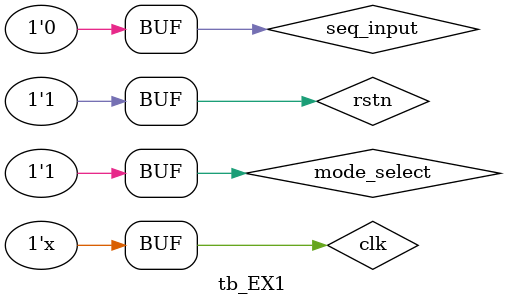
<source format=v>
`timescale 1ns / 1ps
`define clk_period 20


module tb_EX1();
    reg clk;
    reg rstn;
    reg mode_select;
    wire [0:1] flag;
    reg seq_input;
    
    initial begin
    seq_input=0;
    mode_select=1'b0;
    clk = 1'b0;
    rstn = 1'b0;
    #100;
    rstn = 1'b1;
    #100;
    seq_input=1'b1;
    #(`clk_period);
    seq_input=1'b0;
    #(`clk_period);
    seq_input=1'b0;
    #(`clk_period);
    seq_input=1'b1;
    #(`clk_period);
    seq_input=1'b0;
    #(`clk_period);
    seq_input=1'b1;
    #(`clk_period);
    seq_input=1'b0;
    #(`clk_period);
    seq_input=1'b1;
    #(`clk_period);
    seq_input=1'b0;
    #(`clk_period);
    seq_input=1'b1;
    #(`clk_period);
    seq_input=1'b0;
    #(`clk_period);
    seq_input=1'b1;
    #(`clk_period);
    seq_input=1'b1;
    #(`clk_period);
    seq_input=1'b1;
    #(`clk_period);
    seq_input=1'b0;
    #(`clk_period);
    #50;
    mode_select=1'b1;
    seq_input=1'b1;
    #(`clk_period);
    seq_input=1'b1;
    #(`clk_period);
    seq_input=1'b1;
    #(`clk_period);
    seq_input=1'b0;
    #(`clk_period);
    seq_input=1'b0;
    #(`clk_period);
    seq_input=1'b1;
    #(`clk_period);
    seq_input=1'b1;
    #(`clk_period);
    seq_input=1'b0;
    #(`clk_period);
    seq_input=1'b1;
    #(`clk_period);
    seq_input=1'b0;
    #(`clk_period);
    seq_input=1'b1;
    #(`clk_period);
    seq_input=1'b1;
    #(`clk_period);
    seq_input=1'b0;
    #(`clk_period);
    seq_input=1'b1;
    #(`clk_period);
    seq_input=1'b0;
    #(`clk_period);
    end
    
    always #(`clk_period/2) clk = ~clk;
    
    EX1_Sequence_Detector EX1_Sequence_Detector(
    .clk(clk),
    .rstn(rstn),
    .mode_select(mode_select),//1'b1Îª11010Ì½²â£¬1'b0Îª10101Ì½²â
    .seq_input(seq_input),
    .flag(flag)
    );
    
endmodule

</source>
